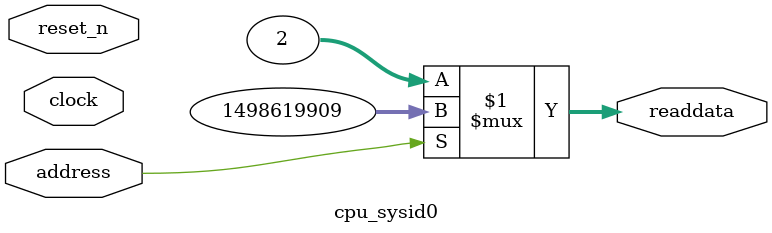
<source format=v>

`timescale 1ns / 1ps
// synthesis translate_on

// turn off superfluous verilog processor warnings 
// altera message_level Level1 
// altera message_off 10034 10035 10036 10037 10230 10240 10030 

module cpu_sysid0 (
               // inputs:
                address,
                clock,
                reset_n,

               // outputs:
                readdata
             )
;

  output  [ 31: 0] readdata;
  input            address;
  input            clock;
  input            reset_n;

  wire    [ 31: 0] readdata;
  //control_slave, which is an e_avalon_slave
  assign readdata = address ? 1498619909 : 2;

endmodule




</source>
